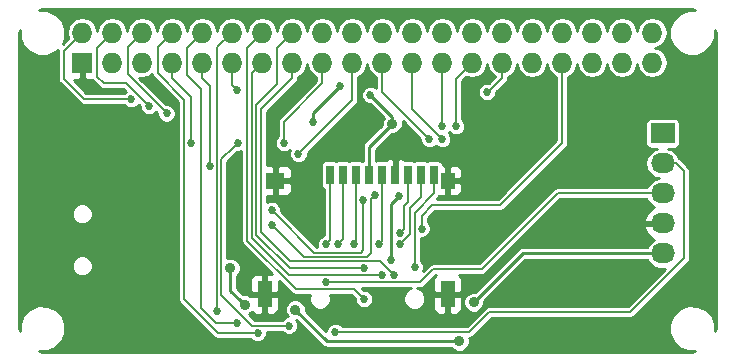
<source format=gbl>
G04 #@! TF.FileFunction,Copper,L2,Bot,Signal*
%FSLAX46Y46*%
G04 Gerber Fmt 4.6, Leading zero omitted, Abs format (unit mm)*
G04 Created by KiCad (PCBNEW 4.0.5) date 12/27/16 09:40:05*
%MOMM*%
%LPD*%
G01*
G04 APERTURE LIST*
%ADD10C,0.100000*%
%ADD11R,1.727200X1.727200*%
%ADD12O,1.727200X1.727200*%
%ADD13R,2.032000X1.727200*%
%ADD14O,2.032000X1.727200*%
%ADD15R,1.200000X2.200000*%
%ADD16R,1.600000X1.400000*%
%ADD17R,1.200000X1.400000*%
%ADD18R,0.700000X1.600000*%
%ADD19C,0.889000*%
%ADD20C,0.685800*%
%ADD21C,0.254000*%
%ADD22C,0.152400*%
G04 APERTURE END LIST*
D10*
D11*
X105870000Y-75000000D03*
D12*
X105870000Y-72460000D03*
X108410000Y-75000000D03*
X108410000Y-72460000D03*
X110950000Y-75000000D03*
X110950000Y-72460000D03*
X113490000Y-75000000D03*
X113490000Y-72460000D03*
X116030000Y-75000000D03*
X116030000Y-72460000D03*
X118570000Y-75000000D03*
X118570000Y-72460000D03*
X121110000Y-75000000D03*
X121110000Y-72460000D03*
X123650000Y-75000000D03*
X123650000Y-72460000D03*
X126190000Y-75000000D03*
X126190000Y-72460000D03*
X128730000Y-75000000D03*
X128730000Y-72460000D03*
X131270000Y-75000000D03*
X131270000Y-72460000D03*
X133810000Y-75000000D03*
X133810000Y-72460000D03*
X136350000Y-75000000D03*
X136350000Y-72460000D03*
X138890000Y-75000000D03*
X138890000Y-72460000D03*
X141430000Y-75000000D03*
X141430000Y-72460000D03*
X143970000Y-75000000D03*
X143970000Y-72460000D03*
X146510000Y-75000000D03*
X146510000Y-72460000D03*
X149050000Y-75000000D03*
X149050000Y-72460000D03*
X151590000Y-75000000D03*
X151590000Y-72460000D03*
X154130000Y-75000000D03*
X154130000Y-72460000D03*
D13*
X155000000Y-81000000D03*
D14*
X155000000Y-83540000D03*
X155000000Y-86080000D03*
X155000000Y-88620000D03*
X155000000Y-91160000D03*
D15*
X121300000Y-94600000D03*
X136800000Y-94600000D03*
D16*
X122200000Y-85000000D03*
D17*
X136800000Y-85000000D03*
D18*
X135650000Y-84500000D03*
X133450000Y-84500000D03*
X134550000Y-84500000D03*
X132350000Y-84500000D03*
X131250000Y-84500000D03*
X130150000Y-84500000D03*
X126850000Y-84500000D03*
X127950000Y-84500000D03*
X129050000Y-84500000D03*
D19*
X112499998Y-94060000D03*
X109999998Y-79350000D03*
X125250000Y-85000000D03*
X124500000Y-76750000D03*
D20*
X111660000Y-89348814D03*
D19*
X158750000Y-78750000D03*
X157500000Y-78750000D03*
X156250000Y-78750000D03*
X155000000Y-78750000D03*
X153750000Y-78750000D03*
X152500000Y-78750000D03*
X151250000Y-78750000D03*
X150000000Y-78750000D03*
X148750000Y-78750000D03*
X147500000Y-78750000D03*
X145000000Y-78750000D03*
X143750000Y-78750000D03*
X142500000Y-78750000D03*
X154500000Y-98250000D03*
X153250000Y-98250000D03*
X152000000Y-98250000D03*
X150750000Y-98250000D03*
X149500000Y-98250000D03*
X148250000Y-98250000D03*
X147000000Y-98250000D03*
X145750000Y-98250000D03*
X144500000Y-98250000D03*
X143250000Y-98250000D03*
X142000000Y-98250000D03*
X154500000Y-97000000D03*
X153250000Y-97000000D03*
X152000000Y-97000000D03*
X150750000Y-97000000D03*
X149500000Y-97000000D03*
X148250000Y-97000000D03*
X147000000Y-97000000D03*
X145750000Y-97000000D03*
X144500000Y-97000000D03*
X143250000Y-97000000D03*
X142000000Y-97000000D03*
X139500000Y-98250000D03*
X140750000Y-98250000D03*
X140750000Y-97000000D03*
X105000000Y-98250000D03*
X106250000Y-98250000D03*
X107500000Y-98250000D03*
X108750000Y-98250000D03*
X110000000Y-98250000D03*
X111250000Y-98250000D03*
X112500000Y-98250000D03*
X113750000Y-98250000D03*
X115000000Y-98250000D03*
X116250000Y-98250000D03*
X105000000Y-97000000D03*
X106250000Y-97000000D03*
X107500000Y-97000000D03*
X108750000Y-97000000D03*
X110000000Y-97000000D03*
X111250000Y-97000000D03*
X112500000Y-97000000D03*
X113750000Y-97000000D03*
X115000000Y-97000000D03*
X138550000Y-91000000D03*
X158750000Y-77500000D03*
X157500000Y-77500000D03*
X156250000Y-77500000D03*
X155000000Y-77500000D03*
X153750000Y-77500000D03*
X152500000Y-77500000D03*
X151250000Y-77500000D03*
X150000000Y-77500000D03*
X148750000Y-77500000D03*
X147500000Y-77500000D03*
X145000000Y-77500000D03*
X143750000Y-77500000D03*
X142500000Y-77500000D03*
X133300000Y-81010000D03*
X102250000Y-92500000D03*
X102250000Y-91249998D03*
X102250000Y-90000000D03*
X102250000Y-88750000D03*
X102250000Y-87500000D03*
X103500000Y-92500000D03*
X103500002Y-91250000D03*
X103500000Y-88750000D03*
X103500000Y-87500000D03*
X103500000Y-90000000D03*
D20*
X119720000Y-94250000D03*
D19*
X135430000Y-96720000D03*
X139000000Y-95300000D03*
X137800000Y-98600000D03*
D20*
X127700002Y-77000000D03*
X132658065Y-86281814D03*
D19*
X132120000Y-80160000D03*
D20*
X125440002Y-80070000D03*
X131999998Y-91710000D03*
D19*
X119600000Y-95500000D03*
X118400000Y-92400000D03*
D20*
X130260000Y-77750000D03*
D19*
X123900000Y-95910000D03*
D20*
X110000000Y-78100000D03*
X111500000Y-78700000D03*
X113000000Y-79299998D03*
X122940000Y-81800000D03*
X124160000Y-82720000D03*
X135250000Y-81500000D03*
X136350000Y-81500000D03*
X136350000Y-80400000D03*
X137500000Y-80400000D03*
X132749998Y-89470000D03*
X132750000Y-90400000D03*
X126500000Y-90400000D03*
X127490000Y-90400000D03*
X130980000Y-90400000D03*
X128900000Y-90400000D03*
X120710000Y-97890000D03*
X118980000Y-97030000D03*
X117310000Y-96050000D03*
X129700000Y-95000000D03*
X129700000Y-92428494D03*
X131250000Y-93000000D03*
X132250000Y-93000000D03*
X134010000Y-92320000D03*
X134590000Y-89050000D03*
X140151314Y-77500000D03*
X119000002Y-77300000D03*
X116714119Y-83765881D03*
X115061510Y-81800000D03*
X126500000Y-93590000D03*
X127297600Y-97782400D03*
X121900000Y-87500000D03*
X129670000Y-86620000D03*
X130655608Y-86208158D03*
X121900000Y-88750000D03*
X119020000Y-81800000D03*
X123370000Y-97270000D03*
D21*
X112499998Y-93431383D02*
X112499998Y-94060000D01*
X111660000Y-89348814D02*
X112499998Y-90188812D01*
X112499998Y-90188812D02*
X112499998Y-93431383D01*
X111660000Y-81010002D02*
X110444497Y-79794499D01*
X111660000Y-89348814D02*
X111660000Y-81010002D01*
X110444497Y-79794499D02*
X109999998Y-79350000D01*
X122200000Y-85000000D02*
X125250000Y-85000000D01*
X124055501Y-77194499D02*
X124500000Y-76750000D01*
X122200000Y-85000000D02*
X122200000Y-79050000D01*
X122200000Y-79050000D02*
X124055501Y-77194499D01*
X136800000Y-85000000D02*
X136800000Y-83590000D01*
X136800000Y-83590000D02*
X135800000Y-82590000D01*
X135800000Y-82590000D02*
X134880000Y-82590000D01*
X134880000Y-82590000D02*
X133300000Y-81010000D01*
X111317101Y-89005915D02*
X111660000Y-89348814D01*
X105850000Y-85550000D02*
X107861186Y-85550000D01*
X107861186Y-85550000D02*
X111317101Y-89005915D01*
X132350000Y-84500000D02*
X132350000Y-83446000D01*
X132350000Y-83446000D02*
X133300000Y-82496000D01*
X133300000Y-82496000D02*
X133300000Y-81638617D01*
X133300000Y-81638617D02*
X133300000Y-81010000D01*
X105450000Y-85550000D02*
X105850000Y-85550000D01*
X103500000Y-87500000D02*
X105450000Y-85550000D01*
X147500000Y-77500000D02*
X151250000Y-77500000D01*
X151250000Y-77500000D02*
X153996822Y-77500000D01*
X122200000Y-85000000D02*
X122200000Y-82310000D01*
X119720000Y-94250000D02*
X120070000Y-94600000D01*
X120070000Y-94600000D02*
X121300000Y-94600000D01*
X135430000Y-96720000D02*
X135430000Y-94990000D01*
X135430000Y-94990000D02*
X135820000Y-94600000D01*
X135820000Y-94600000D02*
X136800000Y-94600000D01*
X139444499Y-94855501D02*
X139000000Y-95300000D01*
X155000000Y-91160000D02*
X143140000Y-91160000D01*
X143140000Y-91160000D02*
X139444499Y-94855501D01*
X126590000Y-98600000D02*
X137171383Y-98600000D01*
X123900000Y-95910000D02*
X126590000Y-98600000D01*
X137171383Y-98600000D02*
X137800000Y-98600000D01*
X127357103Y-77342899D02*
X127700002Y-77000000D01*
X125440002Y-79260000D02*
X127357103Y-77342899D01*
X125440002Y-80070000D02*
X125440002Y-79260000D01*
X132315166Y-86624713D02*
X132658065Y-86281814D01*
X131999998Y-86939881D02*
X132315166Y-86624713D01*
X131999998Y-91710000D02*
X131999998Y-86939881D01*
X130260000Y-77750000D02*
X132120000Y-79610000D01*
X132120000Y-79610000D02*
X132120000Y-80180000D01*
X132120000Y-80180000D02*
X130150000Y-82150000D01*
X130150000Y-82150000D02*
X130150000Y-83547600D01*
X130150000Y-83547600D02*
X130150000Y-84500000D01*
X119155501Y-95055501D02*
X119600000Y-95500000D01*
X118400000Y-94300000D02*
X119155501Y-95055501D01*
X118400000Y-92400000D02*
X118400000Y-94300000D01*
D22*
X106010000Y-78100000D02*
X109515067Y-78100000D01*
X105870000Y-72460000D02*
X104320000Y-74010000D01*
X109515067Y-78100000D02*
X110000000Y-78100000D01*
X104320000Y-76410000D02*
X106010000Y-78100000D01*
X104320000Y-74010000D02*
X104320000Y-76410000D01*
X111157101Y-78357101D02*
X111500000Y-78700000D01*
X107670000Y-76750000D02*
X109550000Y-76750000D01*
X109550000Y-76750000D02*
X111157101Y-78357101D01*
X107140000Y-73730000D02*
X107140000Y-76220000D01*
X108410000Y-72460000D02*
X107140000Y-73730000D01*
X107140000Y-76220000D02*
X107670000Y-76750000D01*
X112657101Y-78957099D02*
X113000000Y-79299998D01*
X109700000Y-75999998D02*
X112657101Y-78957099D01*
X109700000Y-73710000D02*
X109700000Y-75999998D01*
X110950000Y-72460000D02*
X109700000Y-73710000D01*
X126190000Y-75000000D02*
X126190000Y-76740000D01*
X126190000Y-76740000D02*
X122940000Y-79990000D01*
X122940000Y-79990000D02*
X122940000Y-81800000D01*
X124502899Y-82377101D02*
X124160000Y-82720000D01*
X128730000Y-75000000D02*
X128730000Y-78150000D01*
X128730000Y-78150000D02*
X124502899Y-82377101D01*
X131270000Y-77520000D02*
X134907101Y-81157101D01*
X131270000Y-75000000D02*
X131270000Y-77520000D01*
X134907101Y-81157101D02*
X135250000Y-81500000D01*
X136007101Y-81157101D02*
X136350000Y-81500000D01*
X133810000Y-75000000D02*
X133810000Y-78960000D01*
X133810000Y-78960000D02*
X136007101Y-81157101D01*
X136350000Y-75000000D02*
X136350000Y-80400000D01*
X137500000Y-79915067D02*
X137500000Y-80400000D01*
X137500000Y-76390000D02*
X137500000Y-79915067D01*
X138890000Y-75000000D02*
X137500000Y-76390000D01*
X133450000Y-84500000D02*
X133450000Y-86790267D01*
X133450000Y-86790267D02*
X133110000Y-87130267D01*
X133110000Y-87130267D02*
X133110000Y-89110000D01*
X133110000Y-89110000D02*
X132750000Y-89470000D01*
X132750000Y-89470000D02*
X132749998Y-89470000D01*
X134550000Y-84500000D02*
X134550000Y-86400000D01*
X134550000Y-86400000D02*
X133600000Y-87350000D01*
X133600000Y-87350000D02*
X133600000Y-89550000D01*
X133600000Y-89550000D02*
X132750000Y-90400000D01*
X126842899Y-90057101D02*
X126500000Y-90400000D01*
X126850000Y-90050000D02*
X126842899Y-90057101D01*
X126850000Y-84500000D02*
X126850000Y-90050000D01*
X127832899Y-90057101D02*
X127490000Y-90400000D01*
X127950000Y-89940000D02*
X127832899Y-90057101D01*
X127950000Y-84500000D02*
X127950000Y-89940000D01*
X131250000Y-90130000D02*
X130980000Y-90400000D01*
X131250000Y-84500000D02*
X131250000Y-90130000D01*
X129050000Y-90250000D02*
X128900000Y-90400000D01*
X129050000Y-84500000D02*
X129050000Y-90250000D01*
X113490000Y-72460000D02*
X112250000Y-73700000D01*
X112250000Y-73700000D02*
X112250000Y-75900000D01*
X112250000Y-75900000D02*
X114489991Y-78139991D01*
X114489991Y-78139991D02*
X114489991Y-95059991D01*
X114489991Y-95059991D02*
X117320000Y-97890000D01*
X117320000Y-97890000D02*
X120225067Y-97890000D01*
X120225067Y-97890000D02*
X120710000Y-97890000D01*
X116030000Y-72460000D02*
X114750000Y-73740000D01*
X114750000Y-73740000D02*
X114750000Y-76080000D01*
X114750000Y-76080000D02*
X115900000Y-77230000D01*
X115900000Y-77230000D02*
X115900000Y-95780000D01*
X115900000Y-95780000D02*
X117150000Y-97030000D01*
X117150000Y-97030000D02*
X118495067Y-97030000D01*
X118495067Y-97030000D02*
X118980000Y-97030000D01*
X117310000Y-95565067D02*
X117310000Y-96050000D01*
X117310000Y-73720000D02*
X117310000Y-95565067D01*
X118570000Y-72460000D02*
X117310000Y-73720000D01*
X121110000Y-72460000D02*
X119840000Y-73730000D01*
X119840000Y-73730000D02*
X119840000Y-90080000D01*
X119840000Y-90080000D02*
X123923012Y-94163012D01*
X123923012Y-94163012D02*
X128863012Y-94163012D01*
X128863012Y-94163012D02*
X129357101Y-94657101D01*
X129357101Y-94657101D02*
X129700000Y-95000000D01*
X123650000Y-72460000D02*
X122370000Y-73740000D01*
X122370000Y-73740000D02*
X122370000Y-76810000D01*
X122370000Y-76810000D02*
X120600000Y-78580000D01*
X120600000Y-78580000D02*
X120600000Y-89580000D01*
X120600000Y-89580000D02*
X123448494Y-92428494D01*
X123448494Y-92428494D02*
X129215067Y-92428494D01*
X129215067Y-92428494D02*
X129700000Y-92428494D01*
X121110000Y-75000000D02*
X120240000Y-75870000D01*
X120240000Y-75870000D02*
X120240000Y-89850000D01*
X120240000Y-89850000D02*
X123390000Y-93000000D01*
X123390000Y-93000000D02*
X130765067Y-93000000D01*
X130765067Y-93000000D02*
X131250000Y-93000000D01*
X123650000Y-75000000D02*
X123650000Y-76290000D01*
X123650000Y-76290000D02*
X121000000Y-78940000D01*
X121000000Y-78940000D02*
X121000000Y-89365824D01*
X121000000Y-89365824D02*
X123473798Y-91839622D01*
X123473798Y-91839622D02*
X131089622Y-91839622D01*
X131089622Y-91839622D02*
X131907101Y-92657101D01*
X131907101Y-92657101D02*
X132250000Y-93000000D01*
X134010000Y-91835067D02*
X134010000Y-92320000D01*
X134010000Y-87700000D02*
X134010000Y-91835067D01*
X135650000Y-86060000D02*
X134010000Y-87700000D01*
X135650000Y-84500000D02*
X135650000Y-86060000D01*
X146510000Y-75000000D02*
X146510000Y-81800000D01*
X146510000Y-81800000D02*
X141260000Y-87050000D01*
X141260000Y-87050000D02*
X135510000Y-87050000D01*
X135510000Y-87050000D02*
X134590000Y-87970000D01*
X134590000Y-87970000D02*
X134590000Y-89050000D01*
X141430000Y-75000000D02*
X141430000Y-76300000D01*
X141430000Y-76300000D02*
X140230000Y-77500000D01*
X140230000Y-77500000D02*
X140151314Y-77500000D01*
X118570000Y-75000000D02*
X118570000Y-76869998D01*
X118570000Y-76869998D02*
X118657103Y-76957101D01*
X118657103Y-76957101D02*
X119000002Y-77300000D01*
X116030000Y-75000000D02*
X116030000Y-76310000D01*
X116030000Y-76310000D02*
X116714119Y-76994119D01*
X116714119Y-76994119D02*
X116714119Y-83280948D01*
X116714119Y-83280948D02*
X116714119Y-83765881D01*
X113490000Y-75000000D02*
X113490000Y-76310000D01*
X115061510Y-81315067D02*
X115061510Y-81800000D01*
X113490000Y-76310000D02*
X115061510Y-77881510D01*
X115061510Y-77881510D02*
X115061510Y-81315067D01*
X126984933Y-93590000D02*
X126500000Y-93590000D01*
X139700000Y-92490000D02*
X135590000Y-92490000D01*
X135590000Y-92490000D02*
X134486306Y-93593694D01*
X146110000Y-86080000D02*
X139700000Y-92490000D01*
X155000000Y-86080000D02*
X146110000Y-86080000D01*
X132000174Y-93590000D02*
X126984933Y-93590000D01*
X134486306Y-93593694D02*
X132003868Y-93593694D01*
X132003868Y-93593694D02*
X132000174Y-93590000D01*
X155000000Y-83540000D02*
X156168400Y-83540000D01*
X156168400Y-83540000D02*
X156810000Y-84181600D01*
X156810000Y-84181600D02*
X156810000Y-91570000D01*
X156810000Y-91570000D02*
X152280000Y-96100000D01*
X152280000Y-96100000D02*
X140330000Y-96100000D01*
X140330000Y-96100000D02*
X138647600Y-97782400D01*
X138647600Y-97782400D02*
X137747600Y-97782400D01*
X137747600Y-97782400D02*
X127297600Y-97782400D01*
X122242899Y-87842899D02*
X121900000Y-87500000D01*
X125500000Y-91100000D02*
X122242899Y-87842899D01*
X129440000Y-91100000D02*
X125500000Y-91100000D01*
X129670000Y-90870000D02*
X129440000Y-91100000D01*
X129670000Y-86620000D02*
X129670000Y-90870000D01*
X130312709Y-86551057D02*
X130655608Y-86208158D01*
X130312709Y-91087291D02*
X130312709Y-86551057D01*
X129935189Y-91464811D02*
X130312709Y-91087291D01*
X124614811Y-91464811D02*
X129935189Y-91464811D01*
X121900000Y-88750000D02*
X124614811Y-91464811D01*
X118677101Y-82142899D02*
X119020000Y-81800000D01*
X117640000Y-83180000D02*
X118677101Y-82142899D01*
X117640000Y-94650000D02*
X117640000Y-83180000D01*
X120260000Y-97270000D02*
X117640000Y-94650000D01*
X123370000Y-97270000D02*
X120260000Y-97270000D01*
D21*
G36*
X157759900Y-70568426D02*
X157117427Y-70567866D01*
X156407153Y-70861345D01*
X155863255Y-71404295D01*
X155568536Y-72114055D01*
X155567866Y-72882573D01*
X155861345Y-73592847D01*
X156404295Y-74136745D01*
X157114055Y-74431464D01*
X157882573Y-74432134D01*
X158592847Y-74138655D01*
X159136745Y-73595705D01*
X159431464Y-72885945D01*
X159432025Y-72242368D01*
X159493200Y-72549916D01*
X159493200Y-97450084D01*
X159431574Y-97759900D01*
X159432134Y-97117427D01*
X159138655Y-96407153D01*
X158595705Y-95863255D01*
X157885945Y-95568536D01*
X157117427Y-95567866D01*
X156407153Y-95861345D01*
X155863255Y-96404295D01*
X155568536Y-97114055D01*
X155567866Y-97882573D01*
X155861345Y-98592847D01*
X156404295Y-99136745D01*
X157114055Y-99431464D01*
X157757632Y-99432025D01*
X157450084Y-99493200D01*
X102549916Y-99493200D01*
X102240100Y-99431574D01*
X102882573Y-99432134D01*
X103592847Y-99138655D01*
X104136745Y-98595705D01*
X104431464Y-97885945D01*
X104432134Y-97117427D01*
X104138655Y-96407153D01*
X103595705Y-95863255D01*
X102885945Y-95568536D01*
X102117427Y-95567866D01*
X101407153Y-95861345D01*
X100863255Y-96404295D01*
X100568536Y-97114055D01*
X100567975Y-97757632D01*
X100506800Y-97450084D01*
X100506800Y-92374188D01*
X104969368Y-92374188D01*
X105103267Y-92698249D01*
X105350987Y-92946402D01*
X105674814Y-93080866D01*
X106025448Y-93081172D01*
X106349509Y-92947273D01*
X106597662Y-92699553D01*
X106732126Y-92375726D01*
X106732432Y-92025092D01*
X106598533Y-91701031D01*
X106350813Y-91452878D01*
X106026986Y-91318414D01*
X105676352Y-91318108D01*
X105352291Y-91452007D01*
X105104138Y-91699727D01*
X104969674Y-92023554D01*
X104969368Y-92374188D01*
X100506800Y-92374188D01*
X100506800Y-87974908D01*
X104969368Y-87974908D01*
X105103267Y-88298969D01*
X105350987Y-88547122D01*
X105674814Y-88681586D01*
X106025448Y-88681892D01*
X106349509Y-88547993D01*
X106597662Y-88300273D01*
X106732126Y-87976446D01*
X106732432Y-87625812D01*
X106598533Y-87301751D01*
X106350813Y-87053598D01*
X106026986Y-86919134D01*
X105676352Y-86918828D01*
X105352291Y-87052727D01*
X105104138Y-87300447D01*
X104969674Y-87624274D01*
X104969368Y-87974908D01*
X100506800Y-87974908D01*
X100506800Y-72549916D01*
X100568426Y-72240100D01*
X100567866Y-72882573D01*
X100861345Y-73592847D01*
X101404295Y-74136745D01*
X102114055Y-74431464D01*
X102882573Y-74432134D01*
X103592847Y-74138655D01*
X103834366Y-73897557D01*
X103812000Y-74010000D01*
X103812000Y-76410000D01*
X103850669Y-76604403D01*
X103960790Y-76769210D01*
X105650790Y-78459210D01*
X105815597Y-78569331D01*
X106010000Y-78608000D01*
X109412478Y-78608000D01*
X109560595Y-78756376D01*
X109845227Y-78874565D01*
X110153421Y-78874834D01*
X110438259Y-78757141D01*
X110638665Y-78557085D01*
X110725349Y-78643769D01*
X110725166Y-78853421D01*
X110842859Y-79138259D01*
X111060595Y-79356376D01*
X111345227Y-79474565D01*
X111653421Y-79474834D01*
X111938259Y-79357141D01*
X112138666Y-79157084D01*
X112225349Y-79243767D01*
X112225166Y-79453419D01*
X112342859Y-79738257D01*
X112560595Y-79956374D01*
X112845227Y-80074563D01*
X113153421Y-80074832D01*
X113438259Y-79957139D01*
X113656376Y-79739403D01*
X113774565Y-79454771D01*
X113774834Y-79146577D01*
X113657141Y-78861739D01*
X113439405Y-78643622D01*
X113154773Y-78525433D01*
X112943671Y-78525249D01*
X110686858Y-76268436D01*
X110950000Y-76320778D01*
X111445728Y-76222172D01*
X111763808Y-76009637D01*
X111780669Y-76094403D01*
X111890790Y-76259210D01*
X113981991Y-78350411D01*
X113981991Y-95059991D01*
X114020660Y-95254394D01*
X114130781Y-95419201D01*
X116960790Y-98249210D01*
X117125596Y-98359331D01*
X117320000Y-98398000D01*
X120122478Y-98398000D01*
X120270595Y-98546376D01*
X120555227Y-98664565D01*
X120863421Y-98664834D01*
X121148259Y-98547141D01*
X121366376Y-98329405D01*
X121484565Y-98044773D01*
X121484798Y-97778000D01*
X122782478Y-97778000D01*
X122930595Y-97926376D01*
X123215227Y-98044565D01*
X123523421Y-98044834D01*
X123808259Y-97927141D01*
X124026376Y-97709405D01*
X124144565Y-97424773D01*
X124144834Y-97116579D01*
X124027141Y-96831741D01*
X123981851Y-96786372D01*
X123986114Y-96786376D01*
X126194868Y-98995131D01*
X126345434Y-99095736D01*
X126376156Y-99116264D01*
X126590000Y-99158800D01*
X137119630Y-99158800D01*
X137302968Y-99342458D01*
X137624928Y-99476148D01*
X137973542Y-99476452D01*
X138295736Y-99343324D01*
X138542458Y-99097032D01*
X138676148Y-98775072D01*
X138676452Y-98426458D01*
X138620234Y-98290400D01*
X138647600Y-98290400D01*
X138842003Y-98251731D01*
X139006810Y-98141610D01*
X140540420Y-96608000D01*
X152280000Y-96608000D01*
X152474403Y-96569331D01*
X152639210Y-96459210D01*
X157169210Y-91929211D01*
X157279331Y-91764404D01*
X157300254Y-91659214D01*
X157318000Y-91570000D01*
X157318000Y-84181600D01*
X157283734Y-84009331D01*
X157279331Y-83987196D01*
X157169210Y-83822389D01*
X156527610Y-83180790D01*
X156385875Y-83086085D01*
X156377558Y-83044272D01*
X156096750Y-82624014D01*
X155676492Y-82343206D01*
X155478680Y-82303859D01*
X156016000Y-82303859D01*
X156176015Y-82273750D01*
X156322980Y-82179181D01*
X156421573Y-82034885D01*
X156456259Y-81863600D01*
X156456259Y-80136400D01*
X156426150Y-79976385D01*
X156331581Y-79829420D01*
X156187285Y-79730827D01*
X156016000Y-79696141D01*
X153984000Y-79696141D01*
X153823985Y-79726250D01*
X153677020Y-79820819D01*
X153578427Y-79965115D01*
X153543741Y-80136400D01*
X153543741Y-81863600D01*
X153573850Y-82023615D01*
X153668419Y-82170580D01*
X153812715Y-82269173D01*
X153984000Y-82303859D01*
X154521320Y-82303859D01*
X154323508Y-82343206D01*
X153903250Y-82624014D01*
X153622442Y-83044272D01*
X153523836Y-83540000D01*
X153622442Y-84035728D01*
X153903250Y-84455986D01*
X154323508Y-84736794D01*
X154691541Y-84810000D01*
X154323508Y-84883206D01*
X153903250Y-85164014D01*
X153630642Y-85572000D01*
X146110000Y-85572000D01*
X145915597Y-85610669D01*
X145750790Y-85720790D01*
X139489580Y-91982000D01*
X135590000Y-91982000D01*
X135395597Y-92020669D01*
X135230790Y-92130790D01*
X134711964Y-92649616D01*
X134784565Y-92474773D01*
X134784834Y-92166579D01*
X134667141Y-91881741D01*
X134518000Y-91732339D01*
X134518000Y-89824637D01*
X134743421Y-89824834D01*
X135028259Y-89707141D01*
X135246376Y-89489405D01*
X135364565Y-89204773D01*
X135364834Y-88896579D01*
X135247141Y-88611741D01*
X135098000Y-88462339D01*
X135098000Y-88180420D01*
X135720421Y-87558000D01*
X141260000Y-87558000D01*
X141454403Y-87519331D01*
X141619210Y-87409210D01*
X146869210Y-82159210D01*
X146979331Y-81994404D01*
X147018000Y-81800000D01*
X147018000Y-76213972D01*
X147425986Y-75941364D01*
X147706794Y-75521106D01*
X147780000Y-75153073D01*
X147853206Y-75521106D01*
X148134014Y-75941364D01*
X148554272Y-76222172D01*
X149050000Y-76320778D01*
X149545728Y-76222172D01*
X149965986Y-75941364D01*
X150246794Y-75521106D01*
X150320000Y-75153073D01*
X150393206Y-75521106D01*
X150674014Y-75941364D01*
X151094272Y-76222172D01*
X151590000Y-76320778D01*
X152085728Y-76222172D01*
X152505986Y-75941364D01*
X152786794Y-75521106D01*
X152860000Y-75153073D01*
X152933206Y-75521106D01*
X153214014Y-75941364D01*
X153634272Y-76222172D01*
X154130000Y-76320778D01*
X154625728Y-76222172D01*
X155045986Y-75941364D01*
X155326794Y-75521106D01*
X155425400Y-75025378D01*
X155425400Y-74974622D01*
X155326794Y-74478894D01*
X155045986Y-74058636D01*
X154625728Y-73777828D01*
X154385279Y-73730000D01*
X154625728Y-73682172D01*
X155045986Y-73401364D01*
X155326794Y-72981106D01*
X155425400Y-72485378D01*
X155425400Y-72434622D01*
X155326794Y-71938894D01*
X155045986Y-71518636D01*
X154625728Y-71237828D01*
X154130000Y-71139222D01*
X153634272Y-71237828D01*
X153214014Y-71518636D01*
X152933206Y-71938894D01*
X152860000Y-72306927D01*
X152786794Y-71938894D01*
X152505986Y-71518636D01*
X152085728Y-71237828D01*
X151590000Y-71139222D01*
X151094272Y-71237828D01*
X150674014Y-71518636D01*
X150393206Y-71938894D01*
X150320000Y-72306927D01*
X150246794Y-71938894D01*
X149965986Y-71518636D01*
X149545728Y-71237828D01*
X149050000Y-71139222D01*
X148554272Y-71237828D01*
X148134014Y-71518636D01*
X147853206Y-71938894D01*
X147780000Y-72306927D01*
X147706794Y-71938894D01*
X147425986Y-71518636D01*
X147005728Y-71237828D01*
X146510000Y-71139222D01*
X146014272Y-71237828D01*
X145594014Y-71518636D01*
X145313206Y-71938894D01*
X145240000Y-72306927D01*
X145166794Y-71938894D01*
X144885986Y-71518636D01*
X144465728Y-71237828D01*
X143970000Y-71139222D01*
X143474272Y-71237828D01*
X143054014Y-71518636D01*
X142773206Y-71938894D01*
X142700000Y-72306927D01*
X142626794Y-71938894D01*
X142345986Y-71518636D01*
X141925728Y-71237828D01*
X141430000Y-71139222D01*
X140934272Y-71237828D01*
X140514014Y-71518636D01*
X140233206Y-71938894D01*
X140160000Y-72306927D01*
X140086794Y-71938894D01*
X139805986Y-71518636D01*
X139385728Y-71237828D01*
X138890000Y-71139222D01*
X138394272Y-71237828D01*
X137974014Y-71518636D01*
X137693206Y-71938894D01*
X137620000Y-72306927D01*
X137546794Y-71938894D01*
X137265986Y-71518636D01*
X136845728Y-71237828D01*
X136350000Y-71139222D01*
X135854272Y-71237828D01*
X135434014Y-71518636D01*
X135153206Y-71938894D01*
X135080000Y-72306927D01*
X135006794Y-71938894D01*
X134725986Y-71518636D01*
X134305728Y-71237828D01*
X133810000Y-71139222D01*
X133314272Y-71237828D01*
X132894014Y-71518636D01*
X132613206Y-71938894D01*
X132540000Y-72306927D01*
X132466794Y-71938894D01*
X132185986Y-71518636D01*
X131765728Y-71237828D01*
X131270000Y-71139222D01*
X130774272Y-71237828D01*
X130354014Y-71518636D01*
X130073206Y-71938894D01*
X130000000Y-72306927D01*
X129926794Y-71938894D01*
X129645986Y-71518636D01*
X129225728Y-71237828D01*
X128730000Y-71139222D01*
X128234272Y-71237828D01*
X127814014Y-71518636D01*
X127533206Y-71938894D01*
X127460000Y-72306927D01*
X127386794Y-71938894D01*
X127105986Y-71518636D01*
X126685728Y-71237828D01*
X126190000Y-71139222D01*
X125694272Y-71237828D01*
X125274014Y-71518636D01*
X124993206Y-71938894D01*
X124920000Y-72306927D01*
X124846794Y-71938894D01*
X124565986Y-71518636D01*
X124145728Y-71237828D01*
X123650000Y-71139222D01*
X123154272Y-71237828D01*
X122734014Y-71518636D01*
X122453206Y-71938894D01*
X122380000Y-72306927D01*
X122306794Y-71938894D01*
X122025986Y-71518636D01*
X121605728Y-71237828D01*
X121110000Y-71139222D01*
X120614272Y-71237828D01*
X120194014Y-71518636D01*
X119913206Y-71938894D01*
X119840000Y-72306927D01*
X119766794Y-71938894D01*
X119485986Y-71518636D01*
X119065728Y-71237828D01*
X118570000Y-71139222D01*
X118074272Y-71237828D01*
X117654014Y-71518636D01*
X117373206Y-71938894D01*
X117300000Y-72306927D01*
X117226794Y-71938894D01*
X116945986Y-71518636D01*
X116525728Y-71237828D01*
X116030000Y-71139222D01*
X115534272Y-71237828D01*
X115114014Y-71518636D01*
X114833206Y-71938894D01*
X114760000Y-72306927D01*
X114686794Y-71938894D01*
X114405986Y-71518636D01*
X113985728Y-71237828D01*
X113490000Y-71139222D01*
X112994272Y-71237828D01*
X112574014Y-71518636D01*
X112293206Y-71938894D01*
X112220000Y-72306927D01*
X112146794Y-71938894D01*
X111865986Y-71518636D01*
X111445728Y-71237828D01*
X110950000Y-71139222D01*
X110454272Y-71237828D01*
X110034014Y-71518636D01*
X109753206Y-71938894D01*
X109680000Y-72306927D01*
X109606794Y-71938894D01*
X109325986Y-71518636D01*
X108905728Y-71237828D01*
X108410000Y-71139222D01*
X107914272Y-71237828D01*
X107494014Y-71518636D01*
X107213206Y-71938894D01*
X107140000Y-72306927D01*
X107066794Y-71938894D01*
X106785986Y-71518636D01*
X106365728Y-71237828D01*
X105870000Y-71139222D01*
X105374272Y-71237828D01*
X104954014Y-71518636D01*
X104673206Y-71938894D01*
X104574600Y-72434622D01*
X104574600Y-72485378D01*
X104666116Y-72945464D01*
X104222574Y-73389006D01*
X104431464Y-72885945D01*
X104432134Y-72117427D01*
X104138655Y-71407153D01*
X103595705Y-70863255D01*
X102885945Y-70568536D01*
X102242368Y-70567975D01*
X102549916Y-70506800D01*
X157450084Y-70506800D01*
X157759900Y-70568426D01*
X157759900Y-70568426D01*
G37*
X157759900Y-70568426D02*
X157117427Y-70567866D01*
X156407153Y-70861345D01*
X155863255Y-71404295D01*
X155568536Y-72114055D01*
X155567866Y-72882573D01*
X155861345Y-73592847D01*
X156404295Y-74136745D01*
X157114055Y-74431464D01*
X157882573Y-74432134D01*
X158592847Y-74138655D01*
X159136745Y-73595705D01*
X159431464Y-72885945D01*
X159432025Y-72242368D01*
X159493200Y-72549916D01*
X159493200Y-97450084D01*
X159431574Y-97759900D01*
X159432134Y-97117427D01*
X159138655Y-96407153D01*
X158595705Y-95863255D01*
X157885945Y-95568536D01*
X157117427Y-95567866D01*
X156407153Y-95861345D01*
X155863255Y-96404295D01*
X155568536Y-97114055D01*
X155567866Y-97882573D01*
X155861345Y-98592847D01*
X156404295Y-99136745D01*
X157114055Y-99431464D01*
X157757632Y-99432025D01*
X157450084Y-99493200D01*
X102549916Y-99493200D01*
X102240100Y-99431574D01*
X102882573Y-99432134D01*
X103592847Y-99138655D01*
X104136745Y-98595705D01*
X104431464Y-97885945D01*
X104432134Y-97117427D01*
X104138655Y-96407153D01*
X103595705Y-95863255D01*
X102885945Y-95568536D01*
X102117427Y-95567866D01*
X101407153Y-95861345D01*
X100863255Y-96404295D01*
X100568536Y-97114055D01*
X100567975Y-97757632D01*
X100506800Y-97450084D01*
X100506800Y-92374188D01*
X104969368Y-92374188D01*
X105103267Y-92698249D01*
X105350987Y-92946402D01*
X105674814Y-93080866D01*
X106025448Y-93081172D01*
X106349509Y-92947273D01*
X106597662Y-92699553D01*
X106732126Y-92375726D01*
X106732432Y-92025092D01*
X106598533Y-91701031D01*
X106350813Y-91452878D01*
X106026986Y-91318414D01*
X105676352Y-91318108D01*
X105352291Y-91452007D01*
X105104138Y-91699727D01*
X104969674Y-92023554D01*
X104969368Y-92374188D01*
X100506800Y-92374188D01*
X100506800Y-87974908D01*
X104969368Y-87974908D01*
X105103267Y-88298969D01*
X105350987Y-88547122D01*
X105674814Y-88681586D01*
X106025448Y-88681892D01*
X106349509Y-88547993D01*
X106597662Y-88300273D01*
X106732126Y-87976446D01*
X106732432Y-87625812D01*
X106598533Y-87301751D01*
X106350813Y-87053598D01*
X106026986Y-86919134D01*
X105676352Y-86918828D01*
X105352291Y-87052727D01*
X105104138Y-87300447D01*
X104969674Y-87624274D01*
X104969368Y-87974908D01*
X100506800Y-87974908D01*
X100506800Y-72549916D01*
X100568426Y-72240100D01*
X100567866Y-72882573D01*
X100861345Y-73592847D01*
X101404295Y-74136745D01*
X102114055Y-74431464D01*
X102882573Y-74432134D01*
X103592847Y-74138655D01*
X103834366Y-73897557D01*
X103812000Y-74010000D01*
X103812000Y-76410000D01*
X103850669Y-76604403D01*
X103960790Y-76769210D01*
X105650790Y-78459210D01*
X105815597Y-78569331D01*
X106010000Y-78608000D01*
X109412478Y-78608000D01*
X109560595Y-78756376D01*
X109845227Y-78874565D01*
X110153421Y-78874834D01*
X110438259Y-78757141D01*
X110638665Y-78557085D01*
X110725349Y-78643769D01*
X110725166Y-78853421D01*
X110842859Y-79138259D01*
X111060595Y-79356376D01*
X111345227Y-79474565D01*
X111653421Y-79474834D01*
X111938259Y-79357141D01*
X112138666Y-79157084D01*
X112225349Y-79243767D01*
X112225166Y-79453419D01*
X112342859Y-79738257D01*
X112560595Y-79956374D01*
X112845227Y-80074563D01*
X113153421Y-80074832D01*
X113438259Y-79957139D01*
X113656376Y-79739403D01*
X113774565Y-79454771D01*
X113774834Y-79146577D01*
X113657141Y-78861739D01*
X113439405Y-78643622D01*
X113154773Y-78525433D01*
X112943671Y-78525249D01*
X110686858Y-76268436D01*
X110950000Y-76320778D01*
X111445728Y-76222172D01*
X111763808Y-76009637D01*
X111780669Y-76094403D01*
X111890790Y-76259210D01*
X113981991Y-78350411D01*
X113981991Y-95059991D01*
X114020660Y-95254394D01*
X114130781Y-95419201D01*
X116960790Y-98249210D01*
X117125596Y-98359331D01*
X117320000Y-98398000D01*
X120122478Y-98398000D01*
X120270595Y-98546376D01*
X120555227Y-98664565D01*
X120863421Y-98664834D01*
X121148259Y-98547141D01*
X121366376Y-98329405D01*
X121484565Y-98044773D01*
X121484798Y-97778000D01*
X122782478Y-97778000D01*
X122930595Y-97926376D01*
X123215227Y-98044565D01*
X123523421Y-98044834D01*
X123808259Y-97927141D01*
X124026376Y-97709405D01*
X124144565Y-97424773D01*
X124144834Y-97116579D01*
X124027141Y-96831741D01*
X123981851Y-96786372D01*
X123986114Y-96786376D01*
X126194868Y-98995131D01*
X126345434Y-99095736D01*
X126376156Y-99116264D01*
X126590000Y-99158800D01*
X137119630Y-99158800D01*
X137302968Y-99342458D01*
X137624928Y-99476148D01*
X137973542Y-99476452D01*
X138295736Y-99343324D01*
X138542458Y-99097032D01*
X138676148Y-98775072D01*
X138676452Y-98426458D01*
X138620234Y-98290400D01*
X138647600Y-98290400D01*
X138842003Y-98251731D01*
X139006810Y-98141610D01*
X140540420Y-96608000D01*
X152280000Y-96608000D01*
X152474403Y-96569331D01*
X152639210Y-96459210D01*
X157169210Y-91929211D01*
X157279331Y-91764404D01*
X157300254Y-91659214D01*
X157318000Y-91570000D01*
X157318000Y-84181600D01*
X157283734Y-84009331D01*
X157279331Y-83987196D01*
X157169210Y-83822389D01*
X156527610Y-83180790D01*
X156385875Y-83086085D01*
X156377558Y-83044272D01*
X156096750Y-82624014D01*
X155676492Y-82343206D01*
X155478680Y-82303859D01*
X156016000Y-82303859D01*
X156176015Y-82273750D01*
X156322980Y-82179181D01*
X156421573Y-82034885D01*
X156456259Y-81863600D01*
X156456259Y-80136400D01*
X156426150Y-79976385D01*
X156331581Y-79829420D01*
X156187285Y-79730827D01*
X156016000Y-79696141D01*
X153984000Y-79696141D01*
X153823985Y-79726250D01*
X153677020Y-79820819D01*
X153578427Y-79965115D01*
X153543741Y-80136400D01*
X153543741Y-81863600D01*
X153573850Y-82023615D01*
X153668419Y-82170580D01*
X153812715Y-82269173D01*
X153984000Y-82303859D01*
X154521320Y-82303859D01*
X154323508Y-82343206D01*
X153903250Y-82624014D01*
X153622442Y-83044272D01*
X153523836Y-83540000D01*
X153622442Y-84035728D01*
X153903250Y-84455986D01*
X154323508Y-84736794D01*
X154691541Y-84810000D01*
X154323508Y-84883206D01*
X153903250Y-85164014D01*
X153630642Y-85572000D01*
X146110000Y-85572000D01*
X145915597Y-85610669D01*
X145750790Y-85720790D01*
X139489580Y-91982000D01*
X135590000Y-91982000D01*
X135395597Y-92020669D01*
X135230790Y-92130790D01*
X134711964Y-92649616D01*
X134784565Y-92474773D01*
X134784834Y-92166579D01*
X134667141Y-91881741D01*
X134518000Y-91732339D01*
X134518000Y-89824637D01*
X134743421Y-89824834D01*
X135028259Y-89707141D01*
X135246376Y-89489405D01*
X135364565Y-89204773D01*
X135364834Y-88896579D01*
X135247141Y-88611741D01*
X135098000Y-88462339D01*
X135098000Y-88180420D01*
X135720421Y-87558000D01*
X141260000Y-87558000D01*
X141454403Y-87519331D01*
X141619210Y-87409210D01*
X146869210Y-82159210D01*
X146979331Y-81994404D01*
X147018000Y-81800000D01*
X147018000Y-76213972D01*
X147425986Y-75941364D01*
X147706794Y-75521106D01*
X147780000Y-75153073D01*
X147853206Y-75521106D01*
X148134014Y-75941364D01*
X148554272Y-76222172D01*
X149050000Y-76320778D01*
X149545728Y-76222172D01*
X149965986Y-75941364D01*
X150246794Y-75521106D01*
X150320000Y-75153073D01*
X150393206Y-75521106D01*
X150674014Y-75941364D01*
X151094272Y-76222172D01*
X151590000Y-76320778D01*
X152085728Y-76222172D01*
X152505986Y-75941364D01*
X152786794Y-75521106D01*
X152860000Y-75153073D01*
X152933206Y-75521106D01*
X153214014Y-75941364D01*
X153634272Y-76222172D01*
X154130000Y-76320778D01*
X154625728Y-76222172D01*
X155045986Y-75941364D01*
X155326794Y-75521106D01*
X155425400Y-75025378D01*
X155425400Y-74974622D01*
X155326794Y-74478894D01*
X155045986Y-74058636D01*
X154625728Y-73777828D01*
X154385279Y-73730000D01*
X154625728Y-73682172D01*
X155045986Y-73401364D01*
X155326794Y-72981106D01*
X155425400Y-72485378D01*
X155425400Y-72434622D01*
X155326794Y-71938894D01*
X155045986Y-71518636D01*
X154625728Y-71237828D01*
X154130000Y-71139222D01*
X153634272Y-71237828D01*
X153214014Y-71518636D01*
X152933206Y-71938894D01*
X152860000Y-72306927D01*
X152786794Y-71938894D01*
X152505986Y-71518636D01*
X152085728Y-71237828D01*
X151590000Y-71139222D01*
X151094272Y-71237828D01*
X150674014Y-71518636D01*
X150393206Y-71938894D01*
X150320000Y-72306927D01*
X150246794Y-71938894D01*
X149965986Y-71518636D01*
X149545728Y-71237828D01*
X149050000Y-71139222D01*
X148554272Y-71237828D01*
X148134014Y-71518636D01*
X147853206Y-71938894D01*
X147780000Y-72306927D01*
X147706794Y-71938894D01*
X147425986Y-71518636D01*
X147005728Y-71237828D01*
X146510000Y-71139222D01*
X146014272Y-71237828D01*
X145594014Y-71518636D01*
X145313206Y-71938894D01*
X145240000Y-72306927D01*
X145166794Y-71938894D01*
X144885986Y-71518636D01*
X144465728Y-71237828D01*
X143970000Y-71139222D01*
X143474272Y-71237828D01*
X143054014Y-71518636D01*
X142773206Y-71938894D01*
X142700000Y-72306927D01*
X142626794Y-71938894D01*
X142345986Y-71518636D01*
X141925728Y-71237828D01*
X141430000Y-71139222D01*
X140934272Y-71237828D01*
X140514014Y-71518636D01*
X140233206Y-71938894D01*
X140160000Y-72306927D01*
X140086794Y-71938894D01*
X139805986Y-71518636D01*
X139385728Y-71237828D01*
X138890000Y-71139222D01*
X138394272Y-71237828D01*
X137974014Y-71518636D01*
X137693206Y-71938894D01*
X137620000Y-72306927D01*
X137546794Y-71938894D01*
X137265986Y-71518636D01*
X136845728Y-71237828D01*
X136350000Y-71139222D01*
X135854272Y-71237828D01*
X135434014Y-71518636D01*
X135153206Y-71938894D01*
X135080000Y-72306927D01*
X135006794Y-71938894D01*
X134725986Y-71518636D01*
X134305728Y-71237828D01*
X133810000Y-71139222D01*
X133314272Y-71237828D01*
X132894014Y-71518636D01*
X132613206Y-71938894D01*
X132540000Y-72306927D01*
X132466794Y-71938894D01*
X132185986Y-71518636D01*
X131765728Y-71237828D01*
X131270000Y-71139222D01*
X130774272Y-71237828D01*
X130354014Y-71518636D01*
X130073206Y-71938894D01*
X130000000Y-72306927D01*
X129926794Y-71938894D01*
X129645986Y-71518636D01*
X129225728Y-71237828D01*
X128730000Y-71139222D01*
X128234272Y-71237828D01*
X127814014Y-71518636D01*
X127533206Y-71938894D01*
X127460000Y-72306927D01*
X127386794Y-71938894D01*
X127105986Y-71518636D01*
X126685728Y-71237828D01*
X126190000Y-71139222D01*
X125694272Y-71237828D01*
X125274014Y-71518636D01*
X124993206Y-71938894D01*
X124920000Y-72306927D01*
X124846794Y-71938894D01*
X124565986Y-71518636D01*
X124145728Y-71237828D01*
X123650000Y-71139222D01*
X123154272Y-71237828D01*
X122734014Y-71518636D01*
X122453206Y-71938894D01*
X122380000Y-72306927D01*
X122306794Y-71938894D01*
X122025986Y-71518636D01*
X121605728Y-71237828D01*
X121110000Y-71139222D01*
X120614272Y-71237828D01*
X120194014Y-71518636D01*
X119913206Y-71938894D01*
X119840000Y-72306927D01*
X119766794Y-71938894D01*
X119485986Y-71518636D01*
X119065728Y-71237828D01*
X118570000Y-71139222D01*
X118074272Y-71237828D01*
X117654014Y-71518636D01*
X117373206Y-71938894D01*
X117300000Y-72306927D01*
X117226794Y-71938894D01*
X116945986Y-71518636D01*
X116525728Y-71237828D01*
X116030000Y-71139222D01*
X115534272Y-71237828D01*
X115114014Y-71518636D01*
X114833206Y-71938894D01*
X114760000Y-72306927D01*
X114686794Y-71938894D01*
X114405986Y-71518636D01*
X113985728Y-71237828D01*
X113490000Y-71139222D01*
X112994272Y-71237828D01*
X112574014Y-71518636D01*
X112293206Y-71938894D01*
X112220000Y-72306927D01*
X112146794Y-71938894D01*
X111865986Y-71518636D01*
X111445728Y-71237828D01*
X110950000Y-71139222D01*
X110454272Y-71237828D01*
X110034014Y-71518636D01*
X109753206Y-71938894D01*
X109680000Y-72306927D01*
X109606794Y-71938894D01*
X109325986Y-71518636D01*
X108905728Y-71237828D01*
X108410000Y-71139222D01*
X107914272Y-71237828D01*
X107494014Y-71518636D01*
X107213206Y-71938894D01*
X107140000Y-72306927D01*
X107066794Y-71938894D01*
X106785986Y-71518636D01*
X106365728Y-71237828D01*
X105870000Y-71139222D01*
X105374272Y-71237828D01*
X104954014Y-71518636D01*
X104673206Y-71938894D01*
X104574600Y-72434622D01*
X104574600Y-72485378D01*
X104666116Y-72945464D01*
X104222574Y-73389006D01*
X104431464Y-72885945D01*
X104432134Y-72117427D01*
X104138655Y-71407153D01*
X103595705Y-70863255D01*
X102885945Y-70568536D01*
X102242368Y-70567975D01*
X102549916Y-70506800D01*
X157450084Y-70506800D01*
X157759900Y-70568426D01*
G36*
X119332000Y-90080000D02*
X119370669Y-90274403D01*
X119480790Y-90439210D01*
X121906580Y-92865000D01*
X121585750Y-92865000D01*
X121427000Y-93023750D01*
X121427000Y-94473000D01*
X122376250Y-94473000D01*
X122535000Y-94314250D01*
X122535000Y-93493420D01*
X123563802Y-94522222D01*
X123728609Y-94632343D01*
X123923012Y-94671012D01*
X125127670Y-94671012D01*
X125068362Y-94813840D01*
X125068039Y-95184533D01*
X125209598Y-95527133D01*
X125471489Y-95789481D01*
X125813840Y-95931638D01*
X126184533Y-95931961D01*
X126527133Y-95790402D01*
X126789481Y-95528511D01*
X126931638Y-95186160D01*
X126931961Y-94815467D01*
X126872274Y-94671012D01*
X128652592Y-94671012D01*
X128925349Y-94943770D01*
X128925166Y-95153421D01*
X129042859Y-95438259D01*
X129260595Y-95656376D01*
X129545227Y-95774565D01*
X129853421Y-95774834D01*
X130138259Y-95657141D01*
X130356376Y-95439405D01*
X130474565Y-95154773D01*
X130474834Y-94846579D01*
X130357141Y-94561741D01*
X130139405Y-94343624D01*
X129854773Y-94225435D01*
X129643672Y-94225251D01*
X129516421Y-94098000D01*
X131985297Y-94098000D01*
X132003868Y-94101694D01*
X133714015Y-94101694D01*
X133452867Y-94209598D01*
X133190519Y-94471489D01*
X133048362Y-94813840D01*
X133048039Y-95184533D01*
X133189598Y-95527133D01*
X133451489Y-95789481D01*
X133793840Y-95931638D01*
X134164533Y-95931961D01*
X134507133Y-95790402D01*
X134769481Y-95528511D01*
X134911638Y-95186160D01*
X134911899Y-94885750D01*
X135565000Y-94885750D01*
X135565000Y-95826310D01*
X135661673Y-96059699D01*
X135840302Y-96238327D01*
X136073691Y-96335000D01*
X136514250Y-96335000D01*
X136673000Y-96176250D01*
X136673000Y-94727000D01*
X136927000Y-94727000D01*
X136927000Y-96176250D01*
X137085750Y-96335000D01*
X137526309Y-96335000D01*
X137759698Y-96238327D01*
X137938327Y-96059699D01*
X138035000Y-95826310D01*
X138035000Y-94885750D01*
X137876250Y-94727000D01*
X136927000Y-94727000D01*
X136673000Y-94727000D01*
X135723750Y-94727000D01*
X135565000Y-94885750D01*
X134911899Y-94885750D01*
X134911961Y-94815467D01*
X134770402Y-94472867D01*
X134508511Y-94210519D01*
X134246432Y-94101694D01*
X134486306Y-94101694D01*
X134680709Y-94063025D01*
X134845516Y-93952904D01*
X135800420Y-92998000D01*
X135803975Y-92998000D01*
X135661673Y-93140301D01*
X135565000Y-93373690D01*
X135565000Y-94314250D01*
X135723750Y-94473000D01*
X136673000Y-94473000D01*
X136673000Y-94453000D01*
X136927000Y-94453000D01*
X136927000Y-94473000D01*
X137876250Y-94473000D01*
X138035000Y-94314250D01*
X138035000Y-93373690D01*
X137938327Y-93140301D01*
X137796025Y-92998000D01*
X139700000Y-92998000D01*
X139894403Y-92959331D01*
X140059210Y-92849210D01*
X146320420Y-86588000D01*
X153630642Y-86588000D01*
X153903250Y-86995986D01*
X154292133Y-87255830D01*
X154085680Y-87328046D01*
X153649268Y-87717964D01*
X153395291Y-88245209D01*
X153392642Y-88260974D01*
X153513783Y-88493000D01*
X154873000Y-88493000D01*
X154873000Y-88473000D01*
X155127000Y-88473000D01*
X155127000Y-88493000D01*
X155147000Y-88493000D01*
X155147000Y-88747000D01*
X155127000Y-88747000D01*
X155127000Y-88767000D01*
X154873000Y-88767000D01*
X154873000Y-88747000D01*
X153513783Y-88747000D01*
X153392642Y-88979026D01*
X153395291Y-88994791D01*
X153649268Y-89522036D01*
X154085680Y-89911954D01*
X154292133Y-89984170D01*
X153903250Y-90244014D01*
X153664585Y-90601200D01*
X143140000Y-90601200D01*
X142926157Y-90643735D01*
X142744869Y-90764868D01*
X139085964Y-94423774D01*
X138826458Y-94423548D01*
X138504264Y-94556676D01*
X138257542Y-94802968D01*
X138123852Y-95124928D01*
X138123548Y-95473542D01*
X138256676Y-95795736D01*
X138502968Y-96042458D01*
X138824928Y-96176148D01*
X139173542Y-96176452D01*
X139495736Y-96043324D01*
X139742458Y-95797032D01*
X139876148Y-95475072D01*
X139876376Y-95213886D01*
X143371463Y-91718800D01*
X153664585Y-91718800D01*
X153903250Y-92075986D01*
X154323508Y-92356794D01*
X154819236Y-92455400D01*
X155180764Y-92455400D01*
X155212490Y-92449089D01*
X152069580Y-95592000D01*
X140330000Y-95592000D01*
X140135597Y-95630669D01*
X139970790Y-95740790D01*
X138437180Y-97274400D01*
X127885122Y-97274400D01*
X127737005Y-97126024D01*
X127452373Y-97007835D01*
X127144179Y-97007566D01*
X126859341Y-97125259D01*
X126641224Y-97342995D01*
X126523035Y-97627627D01*
X126522935Y-97742672D01*
X124776226Y-95995964D01*
X124776452Y-95736458D01*
X124643324Y-95414264D01*
X124397032Y-95167542D01*
X124075072Y-95033852D01*
X123726458Y-95033548D01*
X123404264Y-95166676D01*
X123157542Y-95412968D01*
X123023852Y-95734928D01*
X123023548Y-96083542D01*
X123156676Y-96405736D01*
X123245976Y-96495192D01*
X123216579Y-96495166D01*
X122931741Y-96612859D01*
X122782339Y-96762000D01*
X120470421Y-96762000D01*
X119993845Y-96285424D01*
X120095736Y-96243324D01*
X120220626Y-96118652D01*
X120340302Y-96238327D01*
X120573691Y-96335000D01*
X121014250Y-96335000D01*
X121173000Y-96176250D01*
X121173000Y-94727000D01*
X121427000Y-94727000D01*
X121427000Y-96176250D01*
X121585750Y-96335000D01*
X122026309Y-96335000D01*
X122259698Y-96238327D01*
X122438327Y-96059699D01*
X122535000Y-95826310D01*
X122535000Y-94885750D01*
X122376250Y-94727000D01*
X121427000Y-94727000D01*
X121173000Y-94727000D01*
X120223750Y-94727000D01*
X120145078Y-94805672D01*
X120097032Y-94757542D01*
X119775072Y-94623852D01*
X119513886Y-94623624D01*
X118958800Y-94068538D01*
X118958800Y-93373690D01*
X120065000Y-93373690D01*
X120065000Y-94314250D01*
X120223750Y-94473000D01*
X121173000Y-94473000D01*
X121173000Y-93023750D01*
X121014250Y-92865000D01*
X120573691Y-92865000D01*
X120340302Y-92961673D01*
X120161673Y-93140301D01*
X120065000Y-93373690D01*
X118958800Y-93373690D01*
X118958800Y-93080370D01*
X119142458Y-92897032D01*
X119276148Y-92575072D01*
X119276452Y-92226458D01*
X119143324Y-91904264D01*
X118897032Y-91657542D01*
X118575072Y-91523852D01*
X118226458Y-91523548D01*
X118148000Y-91555966D01*
X118148000Y-83390420D01*
X118963769Y-82574651D01*
X119173421Y-82574834D01*
X119332000Y-82509310D01*
X119332000Y-90080000D01*
X119332000Y-90080000D01*
G37*
X119332000Y-90080000D02*
X119370669Y-90274403D01*
X119480790Y-90439210D01*
X121906580Y-92865000D01*
X121585750Y-92865000D01*
X121427000Y-93023750D01*
X121427000Y-94473000D01*
X122376250Y-94473000D01*
X122535000Y-94314250D01*
X122535000Y-93493420D01*
X123563802Y-94522222D01*
X123728609Y-94632343D01*
X123923012Y-94671012D01*
X125127670Y-94671012D01*
X125068362Y-94813840D01*
X125068039Y-95184533D01*
X125209598Y-95527133D01*
X125471489Y-95789481D01*
X125813840Y-95931638D01*
X126184533Y-95931961D01*
X126527133Y-95790402D01*
X126789481Y-95528511D01*
X126931638Y-95186160D01*
X126931961Y-94815467D01*
X126872274Y-94671012D01*
X128652592Y-94671012D01*
X128925349Y-94943770D01*
X128925166Y-95153421D01*
X129042859Y-95438259D01*
X129260595Y-95656376D01*
X129545227Y-95774565D01*
X129853421Y-95774834D01*
X130138259Y-95657141D01*
X130356376Y-95439405D01*
X130474565Y-95154773D01*
X130474834Y-94846579D01*
X130357141Y-94561741D01*
X130139405Y-94343624D01*
X129854773Y-94225435D01*
X129643672Y-94225251D01*
X129516421Y-94098000D01*
X131985297Y-94098000D01*
X132003868Y-94101694D01*
X133714015Y-94101694D01*
X133452867Y-94209598D01*
X133190519Y-94471489D01*
X133048362Y-94813840D01*
X133048039Y-95184533D01*
X133189598Y-95527133D01*
X133451489Y-95789481D01*
X133793840Y-95931638D01*
X134164533Y-95931961D01*
X134507133Y-95790402D01*
X134769481Y-95528511D01*
X134911638Y-95186160D01*
X134911899Y-94885750D01*
X135565000Y-94885750D01*
X135565000Y-95826310D01*
X135661673Y-96059699D01*
X135840302Y-96238327D01*
X136073691Y-96335000D01*
X136514250Y-96335000D01*
X136673000Y-96176250D01*
X136673000Y-94727000D01*
X136927000Y-94727000D01*
X136927000Y-96176250D01*
X137085750Y-96335000D01*
X137526309Y-96335000D01*
X137759698Y-96238327D01*
X137938327Y-96059699D01*
X138035000Y-95826310D01*
X138035000Y-94885750D01*
X137876250Y-94727000D01*
X136927000Y-94727000D01*
X136673000Y-94727000D01*
X135723750Y-94727000D01*
X135565000Y-94885750D01*
X134911899Y-94885750D01*
X134911961Y-94815467D01*
X134770402Y-94472867D01*
X134508511Y-94210519D01*
X134246432Y-94101694D01*
X134486306Y-94101694D01*
X134680709Y-94063025D01*
X134845516Y-93952904D01*
X135800420Y-92998000D01*
X135803975Y-92998000D01*
X135661673Y-93140301D01*
X135565000Y-93373690D01*
X135565000Y-94314250D01*
X135723750Y-94473000D01*
X136673000Y-94473000D01*
X136673000Y-94453000D01*
X136927000Y-94453000D01*
X136927000Y-94473000D01*
X137876250Y-94473000D01*
X138035000Y-94314250D01*
X138035000Y-93373690D01*
X137938327Y-93140301D01*
X137796025Y-92998000D01*
X139700000Y-92998000D01*
X139894403Y-92959331D01*
X140059210Y-92849210D01*
X146320420Y-86588000D01*
X153630642Y-86588000D01*
X153903250Y-86995986D01*
X154292133Y-87255830D01*
X154085680Y-87328046D01*
X153649268Y-87717964D01*
X153395291Y-88245209D01*
X153392642Y-88260974D01*
X153513783Y-88493000D01*
X154873000Y-88493000D01*
X154873000Y-88473000D01*
X155127000Y-88473000D01*
X155127000Y-88493000D01*
X155147000Y-88493000D01*
X155147000Y-88747000D01*
X155127000Y-88747000D01*
X155127000Y-88767000D01*
X154873000Y-88767000D01*
X154873000Y-88747000D01*
X153513783Y-88747000D01*
X153392642Y-88979026D01*
X153395291Y-88994791D01*
X153649268Y-89522036D01*
X154085680Y-89911954D01*
X154292133Y-89984170D01*
X153903250Y-90244014D01*
X153664585Y-90601200D01*
X143140000Y-90601200D01*
X142926157Y-90643735D01*
X142744869Y-90764868D01*
X139085964Y-94423774D01*
X138826458Y-94423548D01*
X138504264Y-94556676D01*
X138257542Y-94802968D01*
X138123852Y-95124928D01*
X138123548Y-95473542D01*
X138256676Y-95795736D01*
X138502968Y-96042458D01*
X138824928Y-96176148D01*
X139173542Y-96176452D01*
X139495736Y-96043324D01*
X139742458Y-95797032D01*
X139876148Y-95475072D01*
X139876376Y-95213886D01*
X143371463Y-91718800D01*
X153664585Y-91718800D01*
X153903250Y-92075986D01*
X154323508Y-92356794D01*
X154819236Y-92455400D01*
X155180764Y-92455400D01*
X155212490Y-92449089D01*
X152069580Y-95592000D01*
X140330000Y-95592000D01*
X140135597Y-95630669D01*
X139970790Y-95740790D01*
X138437180Y-97274400D01*
X127885122Y-97274400D01*
X127737005Y-97126024D01*
X127452373Y-97007835D01*
X127144179Y-97007566D01*
X126859341Y-97125259D01*
X126641224Y-97342995D01*
X126523035Y-97627627D01*
X126522935Y-97742672D01*
X124776226Y-95995964D01*
X124776452Y-95736458D01*
X124643324Y-95414264D01*
X124397032Y-95167542D01*
X124075072Y-95033852D01*
X123726458Y-95033548D01*
X123404264Y-95166676D01*
X123157542Y-95412968D01*
X123023852Y-95734928D01*
X123023548Y-96083542D01*
X123156676Y-96405736D01*
X123245976Y-96495192D01*
X123216579Y-96495166D01*
X122931741Y-96612859D01*
X122782339Y-96762000D01*
X120470421Y-96762000D01*
X119993845Y-96285424D01*
X120095736Y-96243324D01*
X120220626Y-96118652D01*
X120340302Y-96238327D01*
X120573691Y-96335000D01*
X121014250Y-96335000D01*
X121173000Y-96176250D01*
X121173000Y-94727000D01*
X121427000Y-94727000D01*
X121427000Y-96176250D01*
X121585750Y-96335000D01*
X122026309Y-96335000D01*
X122259698Y-96238327D01*
X122438327Y-96059699D01*
X122535000Y-95826310D01*
X122535000Y-94885750D01*
X122376250Y-94727000D01*
X121427000Y-94727000D01*
X121173000Y-94727000D01*
X120223750Y-94727000D01*
X120145078Y-94805672D01*
X120097032Y-94757542D01*
X119775072Y-94623852D01*
X119513886Y-94623624D01*
X118958800Y-94068538D01*
X118958800Y-93373690D01*
X120065000Y-93373690D01*
X120065000Y-94314250D01*
X120223750Y-94473000D01*
X121173000Y-94473000D01*
X121173000Y-93023750D01*
X121014250Y-92865000D01*
X120573691Y-92865000D01*
X120340302Y-92961673D01*
X120161673Y-93140301D01*
X120065000Y-93373690D01*
X118958800Y-93373690D01*
X118958800Y-93080370D01*
X119142458Y-92897032D01*
X119276148Y-92575072D01*
X119276452Y-92226458D01*
X119143324Y-91904264D01*
X118897032Y-91657542D01*
X118575072Y-91523852D01*
X118226458Y-91523548D01*
X118148000Y-91555966D01*
X118148000Y-83390420D01*
X118963769Y-82574651D01*
X119173421Y-82574834D01*
X119332000Y-82509310D01*
X119332000Y-90080000D01*
G36*
X130073206Y-75521106D02*
X130354014Y-75941364D01*
X130762000Y-76213972D01*
X130762000Y-77156329D01*
X130699405Y-77093624D01*
X130414773Y-76975435D01*
X130106579Y-76975166D01*
X129821741Y-77092859D01*
X129603624Y-77310595D01*
X129485435Y-77595227D01*
X129485166Y-77903421D01*
X129602859Y-78188259D01*
X129820595Y-78406376D01*
X130105227Y-78524565D01*
X130244424Y-78524686D01*
X131380126Y-79660388D01*
X131377542Y-79662968D01*
X131243852Y-79984928D01*
X131243607Y-80266131D01*
X129754869Y-81754869D01*
X129633736Y-81936156D01*
X129591200Y-82150000D01*
X129591200Y-83308034D01*
X129571285Y-83294427D01*
X129400000Y-83259741D01*
X128700000Y-83259741D01*
X128539985Y-83289850D01*
X128501155Y-83314836D01*
X128471285Y-83294427D01*
X128300000Y-83259741D01*
X127600000Y-83259741D01*
X127439985Y-83289850D01*
X127401155Y-83314836D01*
X127371285Y-83294427D01*
X127200000Y-83259741D01*
X126500000Y-83259741D01*
X126339985Y-83289850D01*
X126193020Y-83384419D01*
X126094427Y-83528715D01*
X126059741Y-83700000D01*
X126059741Y-85300000D01*
X126089850Y-85460015D01*
X126184419Y-85606980D01*
X126328715Y-85705573D01*
X126342000Y-85708263D01*
X126342000Y-89627058D01*
X126061741Y-89742859D01*
X125843624Y-89960595D01*
X125725435Y-90245227D01*
X125725166Y-90553421D01*
X125741107Y-90592000D01*
X125710421Y-90592000D01*
X122674651Y-87556231D01*
X122674834Y-87346579D01*
X122557141Y-87061741D01*
X122339405Y-86843624D01*
X122054773Y-86725435D01*
X121746579Y-86725166D01*
X121508000Y-86823745D01*
X121508000Y-86335000D01*
X121914250Y-86335000D01*
X122073000Y-86176250D01*
X122073000Y-85127000D01*
X122327000Y-85127000D01*
X122327000Y-86176250D01*
X122485750Y-86335000D01*
X123126309Y-86335000D01*
X123359698Y-86238327D01*
X123538327Y-86059699D01*
X123635000Y-85826310D01*
X123635000Y-85285750D01*
X123476250Y-85127000D01*
X122327000Y-85127000D01*
X122073000Y-85127000D01*
X122053000Y-85127000D01*
X122053000Y-84873000D01*
X122073000Y-84873000D01*
X122073000Y-83823750D01*
X122327000Y-83823750D01*
X122327000Y-84873000D01*
X123476250Y-84873000D01*
X123635000Y-84714250D01*
X123635000Y-84173690D01*
X123538327Y-83940301D01*
X123359698Y-83761673D01*
X123126309Y-83665000D01*
X122485750Y-83665000D01*
X122327000Y-83823750D01*
X122073000Y-83823750D01*
X121914250Y-83665000D01*
X121508000Y-83665000D01*
X121508000Y-79150420D01*
X124009210Y-76649210D01*
X124119331Y-76484403D01*
X124158000Y-76290000D01*
X124158000Y-76213972D01*
X124565986Y-75941364D01*
X124846794Y-75521106D01*
X124920000Y-75153073D01*
X124993206Y-75521106D01*
X125274014Y-75941364D01*
X125682000Y-76213972D01*
X125682000Y-76529580D01*
X122580790Y-79630790D01*
X122470669Y-79795597D01*
X122432000Y-79990000D01*
X122432000Y-81212478D01*
X122283624Y-81360595D01*
X122165435Y-81645227D01*
X122165166Y-81953421D01*
X122282859Y-82238259D01*
X122500595Y-82456376D01*
X122785227Y-82574565D01*
X123093421Y-82574834D01*
X123378259Y-82457141D01*
X123467171Y-82368385D01*
X123385435Y-82565227D01*
X123385166Y-82873421D01*
X123502859Y-83158259D01*
X123720595Y-83376376D01*
X124005227Y-83494565D01*
X124313421Y-83494834D01*
X124598259Y-83377141D01*
X124816376Y-83159405D01*
X124934565Y-82874773D01*
X124934749Y-82663671D01*
X129089211Y-78509210D01*
X129199331Y-78344403D01*
X129238000Y-78150000D01*
X129238000Y-76213972D01*
X129645986Y-75941364D01*
X129926794Y-75521106D01*
X130000000Y-75153073D01*
X130073206Y-75521106D01*
X130073206Y-75521106D01*
G37*
X130073206Y-75521106D02*
X130354014Y-75941364D01*
X130762000Y-76213972D01*
X130762000Y-77156329D01*
X130699405Y-77093624D01*
X130414773Y-76975435D01*
X130106579Y-76975166D01*
X129821741Y-77092859D01*
X129603624Y-77310595D01*
X129485435Y-77595227D01*
X129485166Y-77903421D01*
X129602859Y-78188259D01*
X129820595Y-78406376D01*
X130105227Y-78524565D01*
X130244424Y-78524686D01*
X131380126Y-79660388D01*
X131377542Y-79662968D01*
X131243852Y-79984928D01*
X131243607Y-80266131D01*
X129754869Y-81754869D01*
X129633736Y-81936156D01*
X129591200Y-82150000D01*
X129591200Y-83308034D01*
X129571285Y-83294427D01*
X129400000Y-83259741D01*
X128700000Y-83259741D01*
X128539985Y-83289850D01*
X128501155Y-83314836D01*
X128471285Y-83294427D01*
X128300000Y-83259741D01*
X127600000Y-83259741D01*
X127439985Y-83289850D01*
X127401155Y-83314836D01*
X127371285Y-83294427D01*
X127200000Y-83259741D01*
X126500000Y-83259741D01*
X126339985Y-83289850D01*
X126193020Y-83384419D01*
X126094427Y-83528715D01*
X126059741Y-83700000D01*
X126059741Y-85300000D01*
X126089850Y-85460015D01*
X126184419Y-85606980D01*
X126328715Y-85705573D01*
X126342000Y-85708263D01*
X126342000Y-89627058D01*
X126061741Y-89742859D01*
X125843624Y-89960595D01*
X125725435Y-90245227D01*
X125725166Y-90553421D01*
X125741107Y-90592000D01*
X125710421Y-90592000D01*
X122674651Y-87556231D01*
X122674834Y-87346579D01*
X122557141Y-87061741D01*
X122339405Y-86843624D01*
X122054773Y-86725435D01*
X121746579Y-86725166D01*
X121508000Y-86823745D01*
X121508000Y-86335000D01*
X121914250Y-86335000D01*
X122073000Y-86176250D01*
X122073000Y-85127000D01*
X122327000Y-85127000D01*
X122327000Y-86176250D01*
X122485750Y-86335000D01*
X123126309Y-86335000D01*
X123359698Y-86238327D01*
X123538327Y-86059699D01*
X123635000Y-85826310D01*
X123635000Y-85285750D01*
X123476250Y-85127000D01*
X122327000Y-85127000D01*
X122073000Y-85127000D01*
X122053000Y-85127000D01*
X122053000Y-84873000D01*
X122073000Y-84873000D01*
X122073000Y-83823750D01*
X122327000Y-83823750D01*
X122327000Y-84873000D01*
X123476250Y-84873000D01*
X123635000Y-84714250D01*
X123635000Y-84173690D01*
X123538327Y-83940301D01*
X123359698Y-83761673D01*
X123126309Y-83665000D01*
X122485750Y-83665000D01*
X122327000Y-83823750D01*
X122073000Y-83823750D01*
X121914250Y-83665000D01*
X121508000Y-83665000D01*
X121508000Y-79150420D01*
X124009210Y-76649210D01*
X124119331Y-76484403D01*
X124158000Y-76290000D01*
X124158000Y-76213972D01*
X124565986Y-75941364D01*
X124846794Y-75521106D01*
X124920000Y-75153073D01*
X124993206Y-75521106D01*
X125274014Y-75941364D01*
X125682000Y-76213972D01*
X125682000Y-76529580D01*
X122580790Y-79630790D01*
X122470669Y-79795597D01*
X122432000Y-79990000D01*
X122432000Y-81212478D01*
X122283624Y-81360595D01*
X122165435Y-81645227D01*
X122165166Y-81953421D01*
X122282859Y-82238259D01*
X122500595Y-82456376D01*
X122785227Y-82574565D01*
X123093421Y-82574834D01*
X123378259Y-82457141D01*
X123467171Y-82368385D01*
X123385435Y-82565227D01*
X123385166Y-82873421D01*
X123502859Y-83158259D01*
X123720595Y-83376376D01*
X124005227Y-83494565D01*
X124313421Y-83494834D01*
X124598259Y-83377141D01*
X124816376Y-83159405D01*
X124934565Y-82874773D01*
X124934749Y-82663671D01*
X129089211Y-78509210D01*
X129199331Y-78344403D01*
X129238000Y-78150000D01*
X129238000Y-76213972D01*
X129645986Y-75941364D01*
X129926794Y-75521106D01*
X130000000Y-75153073D01*
X130073206Y-75521106D01*
G36*
X145313206Y-75521106D02*
X145594014Y-75941364D01*
X146002000Y-76213972D01*
X146002000Y-81589580D01*
X141049580Y-86542000D01*
X135886420Y-86542000D01*
X136009210Y-86419210D01*
X136067258Y-86332335D01*
X136073691Y-86335000D01*
X136514250Y-86335000D01*
X136673000Y-86176250D01*
X136673000Y-85127000D01*
X136927000Y-85127000D01*
X136927000Y-86176250D01*
X137085750Y-86335000D01*
X137526309Y-86335000D01*
X137759698Y-86238327D01*
X137938327Y-86059699D01*
X138035000Y-85826310D01*
X138035000Y-85285750D01*
X137876250Y-85127000D01*
X136927000Y-85127000D01*
X136673000Y-85127000D01*
X136653000Y-85127000D01*
X136653000Y-84873000D01*
X136673000Y-84873000D01*
X136673000Y-83823750D01*
X136927000Y-83823750D01*
X136927000Y-84873000D01*
X137876250Y-84873000D01*
X138035000Y-84714250D01*
X138035000Y-84173690D01*
X137938327Y-83940301D01*
X137759698Y-83761673D01*
X137526309Y-83665000D01*
X137085750Y-83665000D01*
X136927000Y-83823750D01*
X136673000Y-83823750D01*
X136514250Y-83665000D01*
X136433673Y-83665000D01*
X136410150Y-83539985D01*
X136315581Y-83393020D01*
X136171285Y-83294427D01*
X136000000Y-83259741D01*
X135300000Y-83259741D01*
X135139985Y-83289850D01*
X135101155Y-83314836D01*
X135071285Y-83294427D01*
X134900000Y-83259741D01*
X134200000Y-83259741D01*
X134039985Y-83289850D01*
X134001155Y-83314836D01*
X133971285Y-83294427D01*
X133800000Y-83259741D01*
X133157767Y-83259741D01*
X133059698Y-83161673D01*
X132826309Y-83065000D01*
X132635750Y-83065000D01*
X132477000Y-83223750D01*
X132477000Y-84373000D01*
X132497000Y-84373000D01*
X132497000Y-84627000D01*
X132477000Y-84627000D01*
X132477000Y-84647000D01*
X132223000Y-84647000D01*
X132223000Y-84627000D01*
X132203000Y-84627000D01*
X132203000Y-84373000D01*
X132223000Y-84373000D01*
X132223000Y-83223750D01*
X132064250Y-83065000D01*
X131873691Y-83065000D01*
X131640302Y-83161673D01*
X131542233Y-83259741D01*
X130900000Y-83259741D01*
X130739985Y-83289850D01*
X130708800Y-83309917D01*
X130708800Y-82381462D01*
X132054019Y-81036243D01*
X132293542Y-81036452D01*
X132615736Y-80903324D01*
X132862458Y-80657032D01*
X132996148Y-80335072D01*
X132996452Y-79986458D01*
X132981253Y-79949674D01*
X134475349Y-81443770D01*
X134475166Y-81653421D01*
X134592859Y-81938259D01*
X134810595Y-82156376D01*
X135095227Y-82274565D01*
X135403421Y-82274834D01*
X135688259Y-82157141D01*
X135800004Y-82045591D01*
X135910595Y-82156376D01*
X136195227Y-82274565D01*
X136503421Y-82274834D01*
X136788259Y-82157141D01*
X137006376Y-81939405D01*
X137124565Y-81654773D01*
X137124834Y-81346579D01*
X137007141Y-81061741D01*
X136895591Y-80949996D01*
X136925048Y-80920591D01*
X137060595Y-81056376D01*
X137345227Y-81174565D01*
X137653421Y-81174834D01*
X137938259Y-81057141D01*
X138156376Y-80839405D01*
X138274565Y-80554773D01*
X138274834Y-80246579D01*
X138157141Y-79961741D01*
X138008000Y-79812339D01*
X138008000Y-76600420D01*
X138389462Y-76218958D01*
X138394272Y-76222172D01*
X138890000Y-76320778D01*
X139385728Y-76222172D01*
X139805986Y-75941364D01*
X140086794Y-75521106D01*
X140160000Y-75153073D01*
X140233206Y-75521106D01*
X140514014Y-75941364D01*
X140847432Y-76164148D01*
X140286162Y-76725418D01*
X139997893Y-76725166D01*
X139713055Y-76842859D01*
X139494938Y-77060595D01*
X139376749Y-77345227D01*
X139376480Y-77653421D01*
X139494173Y-77938259D01*
X139711909Y-78156376D01*
X139996541Y-78274565D01*
X140304735Y-78274834D01*
X140589573Y-78157141D01*
X140807690Y-77939405D01*
X140925879Y-77654773D01*
X140925995Y-77522425D01*
X141789210Y-76659210D01*
X141899331Y-76494404D01*
X141909913Y-76441201D01*
X141938000Y-76300000D01*
X141938000Y-76213972D01*
X142345986Y-75941364D01*
X142626794Y-75521106D01*
X142700000Y-75153073D01*
X142773206Y-75521106D01*
X143054014Y-75941364D01*
X143474272Y-76222172D01*
X143970000Y-76320778D01*
X144465728Y-76222172D01*
X144885986Y-75941364D01*
X145166794Y-75521106D01*
X145240000Y-75153073D01*
X145313206Y-75521106D01*
X145313206Y-75521106D01*
G37*
X145313206Y-75521106D02*
X145594014Y-75941364D01*
X146002000Y-76213972D01*
X146002000Y-81589580D01*
X141049580Y-86542000D01*
X135886420Y-86542000D01*
X136009210Y-86419210D01*
X136067258Y-86332335D01*
X136073691Y-86335000D01*
X136514250Y-86335000D01*
X136673000Y-86176250D01*
X136673000Y-85127000D01*
X136927000Y-85127000D01*
X136927000Y-86176250D01*
X137085750Y-86335000D01*
X137526309Y-86335000D01*
X137759698Y-86238327D01*
X137938327Y-86059699D01*
X138035000Y-85826310D01*
X138035000Y-85285750D01*
X137876250Y-85127000D01*
X136927000Y-85127000D01*
X136673000Y-85127000D01*
X136653000Y-85127000D01*
X136653000Y-84873000D01*
X136673000Y-84873000D01*
X136673000Y-83823750D01*
X136927000Y-83823750D01*
X136927000Y-84873000D01*
X137876250Y-84873000D01*
X138035000Y-84714250D01*
X138035000Y-84173690D01*
X137938327Y-83940301D01*
X137759698Y-83761673D01*
X137526309Y-83665000D01*
X137085750Y-83665000D01*
X136927000Y-83823750D01*
X136673000Y-83823750D01*
X136514250Y-83665000D01*
X136433673Y-83665000D01*
X136410150Y-83539985D01*
X136315581Y-83393020D01*
X136171285Y-83294427D01*
X136000000Y-83259741D01*
X135300000Y-83259741D01*
X135139985Y-83289850D01*
X135101155Y-83314836D01*
X135071285Y-83294427D01*
X134900000Y-83259741D01*
X134200000Y-83259741D01*
X134039985Y-83289850D01*
X134001155Y-83314836D01*
X133971285Y-83294427D01*
X133800000Y-83259741D01*
X133157767Y-83259741D01*
X133059698Y-83161673D01*
X132826309Y-83065000D01*
X132635750Y-83065000D01*
X132477000Y-83223750D01*
X132477000Y-84373000D01*
X132497000Y-84373000D01*
X132497000Y-84627000D01*
X132477000Y-84627000D01*
X132477000Y-84647000D01*
X132223000Y-84647000D01*
X132223000Y-84627000D01*
X132203000Y-84627000D01*
X132203000Y-84373000D01*
X132223000Y-84373000D01*
X132223000Y-83223750D01*
X132064250Y-83065000D01*
X131873691Y-83065000D01*
X131640302Y-83161673D01*
X131542233Y-83259741D01*
X130900000Y-83259741D01*
X130739985Y-83289850D01*
X130708800Y-83309917D01*
X130708800Y-82381462D01*
X132054019Y-81036243D01*
X132293542Y-81036452D01*
X132615736Y-80903324D01*
X132862458Y-80657032D01*
X132996148Y-80335072D01*
X132996452Y-79986458D01*
X132981253Y-79949674D01*
X134475349Y-81443770D01*
X134475166Y-81653421D01*
X134592859Y-81938259D01*
X134810595Y-82156376D01*
X135095227Y-82274565D01*
X135403421Y-82274834D01*
X135688259Y-82157141D01*
X135800004Y-82045591D01*
X135910595Y-82156376D01*
X136195227Y-82274565D01*
X136503421Y-82274834D01*
X136788259Y-82157141D01*
X137006376Y-81939405D01*
X137124565Y-81654773D01*
X137124834Y-81346579D01*
X137007141Y-81061741D01*
X136895591Y-80949996D01*
X136925048Y-80920591D01*
X137060595Y-81056376D01*
X137345227Y-81174565D01*
X137653421Y-81174834D01*
X137938259Y-81057141D01*
X138156376Y-80839405D01*
X138274565Y-80554773D01*
X138274834Y-80246579D01*
X138157141Y-79961741D01*
X138008000Y-79812339D01*
X138008000Y-76600420D01*
X138389462Y-76218958D01*
X138394272Y-76222172D01*
X138890000Y-76320778D01*
X139385728Y-76222172D01*
X139805986Y-75941364D01*
X140086794Y-75521106D01*
X140160000Y-75153073D01*
X140233206Y-75521106D01*
X140514014Y-75941364D01*
X140847432Y-76164148D01*
X140286162Y-76725418D01*
X139997893Y-76725166D01*
X139713055Y-76842859D01*
X139494938Y-77060595D01*
X139376749Y-77345227D01*
X139376480Y-77653421D01*
X139494173Y-77938259D01*
X139711909Y-78156376D01*
X139996541Y-78274565D01*
X140304735Y-78274834D01*
X140589573Y-78157141D01*
X140807690Y-77939405D01*
X140925879Y-77654773D01*
X140925995Y-77522425D01*
X141789210Y-76659210D01*
X141899331Y-76494404D01*
X141909913Y-76441201D01*
X141938000Y-76300000D01*
X141938000Y-76213972D01*
X142345986Y-75941364D01*
X142626794Y-75521106D01*
X142700000Y-75153073D01*
X142773206Y-75521106D01*
X143054014Y-75941364D01*
X143474272Y-76222172D01*
X143970000Y-76320778D01*
X144465728Y-76222172D01*
X144885986Y-75941364D01*
X145166794Y-75521106D01*
X145240000Y-75153073D01*
X145313206Y-75521106D01*
G36*
X105997000Y-74873000D02*
X106017000Y-74873000D01*
X106017000Y-75127000D01*
X105997000Y-75127000D01*
X105997000Y-76339850D01*
X106155750Y-76498600D01*
X106726928Y-76498600D01*
X106780790Y-76579210D01*
X107310790Y-77109210D01*
X107475596Y-77219331D01*
X107670000Y-77258000D01*
X109339580Y-77258000D01*
X109543074Y-77461494D01*
X109412339Y-77592000D01*
X106220420Y-77592000D01*
X105127020Y-76498600D01*
X105584250Y-76498600D01*
X105743000Y-76339850D01*
X105743000Y-75127000D01*
X105723000Y-75127000D01*
X105723000Y-74873000D01*
X105743000Y-74873000D01*
X105743000Y-74853000D01*
X105997000Y-74853000D01*
X105997000Y-74873000D01*
X105997000Y-74873000D01*
G37*
X105997000Y-74873000D02*
X106017000Y-74873000D01*
X106017000Y-75127000D01*
X105997000Y-75127000D01*
X105997000Y-76339850D01*
X106155750Y-76498600D01*
X106726928Y-76498600D01*
X106780790Y-76579210D01*
X107310790Y-77109210D01*
X107475596Y-77219331D01*
X107670000Y-77258000D01*
X109339580Y-77258000D01*
X109543074Y-77461494D01*
X109412339Y-77592000D01*
X106220420Y-77592000D01*
X105127020Y-76498600D01*
X105584250Y-76498600D01*
X105743000Y-76339850D01*
X105743000Y-75127000D01*
X105723000Y-75127000D01*
X105723000Y-74873000D01*
X105743000Y-74873000D01*
X105743000Y-74853000D01*
X105997000Y-74853000D01*
X105997000Y-74873000D01*
M02*

</source>
